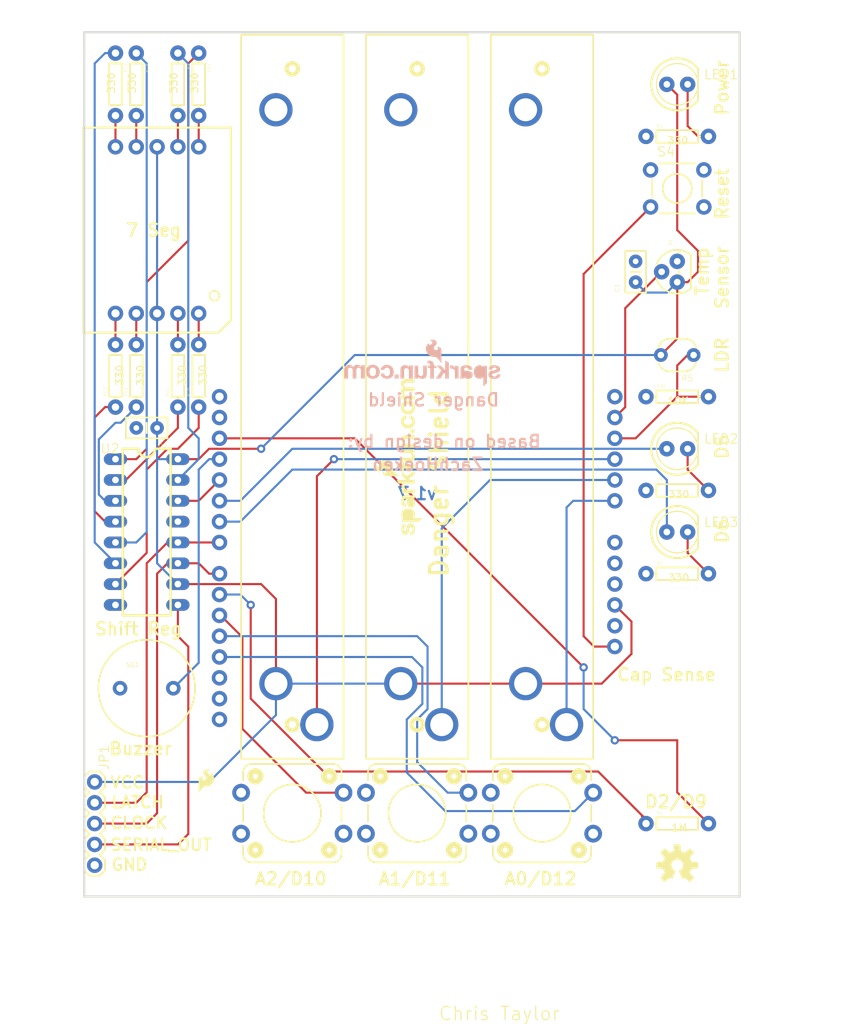
<source format=kicad_pcb>
(kicad_pcb (version 20211014) (generator pcbnew)
  (layers (0 "F.Cu" signal) (31 "B.Cu" signal) (34 "B.Paste" user) (35 "F.Paste" user) (36 "B.SilkS" user "B.Silkscreen") (37 "F.SilkS" user "F.Silkscreen") (38 "B.Mask" user) (39 "F.Mask" user) (44 "Edge.Cuts" user))
  (net 0 "")
  (net 1 "VCC")
  (net 2 "GND")
  (net 3 "A0")
  (net 4 "A1")
  (net 5 "A2")
  (net 6 "N$1")
  (net 7 "N$3")
  (net 8 "A3")
  (net 9 "A4")
  (net 10 "N$2")
  (net 11 "N$4")
  (net 12 "N$5")
  (net 13 "N$6")
  (net 14 "N$7")
  (net 15 "N$8")
  (net 16 "N$9")
  (net 17 "N$10")
  (net 18 "N$11")
  (net 19 "N$12")
  (net 20 "N$13")
  (net 21 "N$14")
  (net 22 "N$15")
  (net 23 "N$16")
  (net 24 "N$17")
  (net 25 "N$18")
  (net 26 "SERIAL_IN")
  (net 27 "CLOCK")
  (net 28 "LATCH")
  (net 29 "SERIAL_OUT")
  (net 30 "N$19")
  (net 31 "N$20")
  (net 32 "D5")
  (net 33 "D6")
  (net 34 "BUZZER")
  (net 35 "D12")
  (net 36 "D11")
  (net 37 "D10")
  (net 38 "D2")
  (net 39 "D9")
  (footprint "boardEagle:AXIAL-0.3" (layer "F.Cu") (at 122.4661 94.2086 90)
    (fp_text reference "R16" (at -2.54 -1.27 90) (layer "F.SilkS") (effects (font (size 0.376489 0.376489) (thickness 0.029911)) (justify left)))
    (fp_text value "330" (at -1.27 0.508 90) (layer "F.SilkS") (effects (font (size 0.88646 0.88646) (thickness 0.12954)) (justify left)))
    (pad "P$1" thru_hole circle (at -3.81 0 90) (size 1.8796 1.8796) (drill 0.9) (layers *.Cu *.Mask) (net 17 "N$10"))
    (pad "P$2" thru_hole circle (at 3.81 0 90) (size 1.8796 1.8796) (drill 0.9) (layers *.Cu *.Mask) (net 25 "N$18"))
  )
  (footprint "boardEagle:AXIAL-0.3" (layer "F.Cu") (at 180.8861 96.7486)
    (fp_text reference "R30" (at -2.54 -1.27) (layer "F.SilkS") (effects (font (size 0.376489 0.376489) (thickness 0.029911)) (justify left)))
    (fp_text value "10K" (at -1.27 0.508) (layer "F.SilkS") (effects (font (size 0.88646 0.88646) (thickness 0.12954)) (justify left)))
    (pad "P$1" thru_hole circle (at -3.81 0) (size 1.8796 1.8796) (drill 0.9) (layers *.Cu *.Mask) (net 2 "GND"))
    (pad "P$2" thru_hole circle (at 3.81 0) (size 1.8796 1.8796) (drill 0.9) (layers *.Cu *.Mask) (net 8 "A3"))
  )
  (footprint "boardEagle:1X05" (layer "F.Cu") (at 109.7661 143.7386 -90)
    (fp_text reference "JP1" (at -1.3462 -1.8288 -90) (layer "F.SilkS") (effects (font (size 1.143 1.143) (thickness 0.127)) (justify left bottom)))
    (fp_text value "")
    (pad "1" thru_hole circle (at 0 0) (size 1.8796 1.8796) (drill 1.016) (layers *.Cu *.Mask) (net 1 "VCC"))
    (pad "2" thru_hole circle (at 2.54 0) (size 1.8796 1.8796) (drill 1.016) (layers *.Cu *.Mask) (net 28 "LATCH"))
    (pad "3" thru_hole circle (at 5.08 0) (size 1.8796 1.8796) (drill 1.016) (layers *.Cu *.Mask) (net 27 "CLOCK"))
    (pad "4" thru_hole circle (at 7.62 0) (size 1.8796 1.8796) (drill 1.016) (layers *.Cu *.Mask) (net 29 "SERIAL_OUT"))
    (pad "5" thru_hole circle (at 10.16 0) (size 1.8796 1.8796) (drill 1.016) (layers *.Cu *.Mask) (net 2 "GND"))
  )
  (footprint "boardEagle:CAP-PTH-SMALL2" (layer "F.Cu") (at 175.8061 82.7786 90)
    (fp_text reference "C1" (at -1.27 -1.905 90) (layer "F.SilkS") (effects (font (size 0.560832 0.560832) (thickness 0.048768)) (justify left bottom)))
    (fp_text value "0.1uF")
    (pad "1" thru_hole circle (at 0 0 90) (size 1.651 1.651) (drill 0.7) (layers *.Cu *.Mask) (net 1 "VCC"))
    (pad "2" thru_hole circle (at 2.54 0 90) (size 1.651 1.651) (drill 0.7) (layers *.Cu *.Mask) (net 2 "GND"))
  )
  (footprint "boardEagle:AXIAL-0.3" (layer "F.Cu") (at 122.4661 58.6486 -90)
    (fp_text reference "R10" (at -2.54 -1.27 90) (layer "F.SilkS") (effects (font (size 0.376489 0.376489) (thickness 0.029911)) (justify right)))
    (fp_text value "330" (at -1.524 0.508 90) (layer "F.SilkS") (effects (font (size 0.88646 0.88646) (thickness 0.12954)) (justify right)))
    (pad "P$1" thru_hole circle (at -3.81 0 270) (size 1.8796 1.8796) (drill 0.9) (layers *.Cu *.Mask) (net 11 "N$4"))
    (pad "P$2" thru_hole circle (at 3.81 0 270) (size 1.8796 1.8796) (drill 0.9) (layers *.Cu *.Mask) (net 19 "N$12"))
  )
  (footprint "boardEagle:SLIDER" (layer "F.Cu") (at 133.8961 96.7486 90)
    (fp_text reference "R6" hide)
    (fp_text value "Slider3" hide)
    (pad "1" thru_hole circle (at -35 -2 90) (size 4.064 4.064) (drill 2.8) (layers *.Cu *.Mask) (net 1 "VCC"))
    (pad "2A" thru_hole circle (at -40 3 90) (size 4.064 4.064) (drill 2.8) (layers *.Cu *.Mask) (net 5 "A2"))
    (pad "3" thru_hole circle (at 35 -2 90) (size 4.064 4.064) (drill 2.8) (layers *.Cu *.Mask) (net 2 "GND"))
  )
  (footprint "boardEagle:AXIAL-0.3" (layer "F.Cu") (at 180.8861 108.1786)
    (fp_text reference "R3" (at -2.54 -1.27) (layer "F.SilkS") (effects (font (size 0.376489 0.376489) (thickness 0.029911)) (justify left)))
    (fp_text value "330" (at -1.143 0.508) (layer "F.SilkS") (effects (font (size 0.88646 0.88646) (thickness 0.12954)) (justify left)))
    (pad "P$1" thru_hole circle (at -3.81 0) (size 1.8796 1.8796) (drill 0.9) (layers *.Cu *.Mask) (net 2 "GND"))
    (pad "P$2" thru_hole circle (at 3.81 0) (size 1.8796 1.8796) (drill 0.9) (layers *.Cu *.Mask) (net 31 "N$20"))
  )
  (footprint "boardEagle:TACTILE-PTH-12MM" (layer "F.Cu") (at 133.8961 147.5486)
    (fp_text reference "S1" hide)
    (fp_text value "Button1" hide)
    (pad "1" thru_hole circle (at 6.25 2.5) (size 2.159 2.159) (drill 1.2) (layers *.Cu *.Mask) (net 2 "GND"))
    (pad "2" thru_hole circle (at -6.25 2.5) (size 2.159 2.159) (drill 1.2) (layers *.Cu *.Mask))
    (pad "3" thru_hole circle (at 6.25 -2.5) (size 2.159 2.159) (drill 1.2) (layers *.Cu *.Mask) (net 37 "D10"))
    (pad "4" thru_hole circle (at -6.25 -2.5) (size 2.159 2.159) (drill 1.2) (layers *.Cu *.Mask))
  )
  (footprint "boardEagle:TACTILE-PTH" (layer "F.Cu") (at 180.8861 71.3486)
    (fp_text reference "S4" (at -2.54 -3.81) (layer "F.SilkS") (effects (font (size 1.143 1.143) (thickness 0.127)) (justify left bottom)))
    (fp_text value "Reset" hide)
    (pad "1" thru_hole circle (at -3.2512 -2.2606) (size 1.8796 1.8796) (drill 1.016) (layers *.Cu *.Mask) (net 2 "GND"))
    (pad "2" thru_hole circle (at 3.2512 -2.2606) (size 1.8796 1.8796) (drill 1.016) (layers *.Cu *.Mask))
    (pad "3" thru_hole circle (at -3.2512 2.2606) (size 1.8796 1.8796) (drill 1.016) (layers *.Cu *.Mask) (net 6 "N$1"))
    (pad "4" thru_hole circle (at 3.2512 2.2606) (size 1.8796 1.8796) (drill 1.016) (layers *.Cu *.Mask))
  )
  (footprint "boardEagle:AXIAL-0.3" (layer "F.Cu") (at 180.8861 64.9986)
    (fp_text reference "R1" (at -2.54 -1.27) (layer "F.SilkS") (effects (font (size 0.376489 0.376489) (thickness 0.029911)) (justify left)))
    (fp_text value "330" (at -1.27 0.508) (layer "F.SilkS") (effects (font (size 0.88646 0.88646) (thickness 0.12954)) (justify left)))
    (pad "P$1" thru_hole circle (at -3.81 0) (size 1.8796 1.8796) (drill 0.9) (layers *.Cu *.Mask) (net 2 "GND"))
    (pad "P$2" thru_hole circle (at 3.81 0) (size 1.8796 1.8796) (drill 0.9) (layers *.Cu *.Mask) (net 7 "N$3"))
  )
  (footprint "boardEagle:PHOTOCELL" (layer "F.Cu") (at 180.8861 91.6686 180)
    (fp_text reference "R5" (at -2 -2.4 180) (layer "F.SilkS") (effects (font (size 0.747776 0.747776) (thickness 0.065024)) (justify right top)))
    (fp_text value "CdS")
    (pad "1" thru_hole circle (at -2 0 180) (size 1.6764 1.6764) (drill 0.8) (layers *.Cu *.Mask) (net 8 "A3"))
    (pad "2" thru_hole circle (at 2 0 180) (size 1.6764 1.6764) (drill 0.8) (layers *.Cu *.Mask) (net 1 "VCC"))
  )
  (footprint "boardEagle:AXIAL-0.3" (layer "F.Cu") (at 114.8461 58.6486 -90)
    (fp_text reference "R14" (at -2.54 -1.27 90) (layer "F.SilkS") (effects (font (size 0.376489 0.376489) (thickness 0.029911)) (justify right)))
    (fp_text value "330" (at -1.524 0.508 90) (layer "F.SilkS") (effects (font (size 0.88646 0.88646) (thickness 0.12954)) (justify right)))
    (pad "P$1" thru_hole circle (at -3.81 0 270) (size 1.8796 1.8796) (drill 0.9) (layers *.Cu *.Mask) (net 15 "N$8"))
    (pad "P$2" thru_hole circle (at 3.81 0 270) (size 1.8796 1.8796) (drill 0.9) (layers *.Cu *.Mask) (net 23 "N$16"))
  )
  (footprint "boardEagle:SLIDER" (layer "F.Cu") (at 149.1361 96.7486 90)
    (fp_text reference "R7" hide)
    (fp_text value "Slider2" hide)
    (pad "1" thru_hole circle (at -35 -2 90) (size 4.064 4.064) (drill 2.8) (layers *.Cu *.Mask) (net 1 "VCC"))
    (pad "2A" thru_hole circle (at -40 3 90) (size 4.064 4.064) (drill 2.8) (layers *.Cu *.Mask) (net 4 "A1"))
    (pad "3" thru_hole circle (at 35 -2 90) (size 4.064 4.064) (drill 2.8) (layers *.Cu *.Mask) (net 2 "GND"))
  )
  (footprint "boardEagle:AXIAL-0.3" (layer "F.Cu") (at 119.9261 58.6486 -90)
    (fp_text reference "R9" (at -2.54 -1.27 90) (layer "F.SilkS") (effects (font (size 0.376489 0.376489) (thickness 0.029911)) (justify right)))
    (fp_text value "330" (at -1.524 0.508 90) (layer "F.SilkS") (effects (font (size 0.88646 0.88646) (thickness 0.12954)) (justify right)))
    (pad "P$1" thru_hole circle (at -3.81 0 270) (size 1.8796 1.8796) (drill 0.9) (layers *.Cu *.Mask) (net 10 "N$2"))
    (pad "P$2" thru_hole circle (at 3.81 0 270) (size 1.8796 1.8796) (drill 0.9) (layers *.Cu *.Mask) (net 18 "N$11"))
  )
  (footprint "boardEagle:BUZZER-12MM" (layer "F.Cu") (at 116.1161 132.3086)
    (fp_text reference "SG1" (at -2.54 -2.54) (layer "F.SilkS") (effects (font (size 0.54864 0.54864) (thickness 0.06096)) (justify left bottom)))
    (fp_text value "BUZZER")
    (pad "+" thru_hole circle (at 3.25 0) (size 1.778 1.778) (drill 0.9) (layers *.Cu *.Mask) (net 34 "BUZZER"))
    (pad "-" thru_hole circle (at -3.25 0) (size 1.778 1.778) (drill 0.9) (layers *.Cu *.Mask) (net 2 "GND"))
  )
  (footprint "boardEagle:LED5MM" (layer "F.Cu") (at 180.8861 103.0986)
    (fp_text reference "LED2" (at 3.175 -0.5334) (layer "F.SilkS") (effects (font (size 1.143 1.143) (thickness 0.127)) (justify left bottom)))
    (fp_text value "Yellow")
    (pad "A" thru_hole circle (at -1.27 0) (size 1.8796 1.8796) (drill 0.8128) (layers *.Cu *.Mask) (net 32 "D5"))
    (pad "K" thru_hole circle (at 1.27 0) (size 1.8796 1.8796) (drill 0.8128) (layers *.Cu *.Mask) (net 31 "N$20"))
  )
  (footprint "boardEagle:SFE-LOGO-FLAME" (layer "F.Cu") (at 122.4661 145.0086)
    (fp_text reference "JP5" hide)
    (fp_text value "LOGO-SFESK" hide)
  )
  (footprint "boardEagle:CREATIVE_COMMONS" (layer "F.Cu") (at 119.9261 172.9486)
    (fp_text reference "U$1" hide)
    (fp_text value "CREATIVE_COMMONS" hide)
  )
  (footprint "boardEagle:LED5MM" (layer "F.Cu") (at 180.8861 58.6486)
    (fp_text reference "LED1" (at 3.175 -0.5334) (layer "F.SilkS") (effects (font (size 1.143 1.143) (thickness 0.127)) (justify left bottom)))
    (fp_text value "Red")
    (pad "A" thru_hole circle (at -1.27 0) (size 1.8796 1.8796) (drill 0.8128) (layers *.Cu *.Mask) (net 1 "VCC"))
    (pad "K" thru_hole circle (at 1.27 0) (size 1.8796 1.8796) (drill 0.8128) (layers *.Cu *.Mask) (net 7 "N$3"))
  )
  (footprint "boardEagle:TACTILE-PTH-12MM" (layer "F.Cu") (at 149.1361 147.5486)
    (fp_text reference "S2" hide)
    (fp_text value "Button2" hide)
    (pad "1" thru_hole circle (at 6.25 2.5) (size 2.159 2.159) (drill 1.2) (layers *.Cu *.Mask) (net 2 "GND"))
    (pad "2" thru_hole circle (at -6.25 2.5) (size 2.159 2.159) (drill 1.2) (layers *.Cu *.Mask))
    (pad "3" thru_hole circle (at 6.25 -2.5) (size 2.159 2.159) (drill 1.2) (layers *.Cu *.Mask) (net 36 "D11"))
    (pad "4" thru_hole circle (at -6.25 -2.5) (size 2.159 2.159) (drill 1.2) (layers *.Cu *.Mask))
  )
  (footprint "boardEagle:AXIAL-0.3" (layer "F.Cu") (at 114.8461 94.2086 90)
    (fp_text reference "R12" (at -2.54 -1.27 90) (layer "F.SilkS") (effects (font (size 0.376489 0.376489) (thickness 0.029911)) (justify left)))
    (fp_text value "330" (at -1.27 0.508 90) (layer "F.SilkS") (effects (font (size 0.88646 0.88646) (thickness 0.12954)) (justify left)))
    (pad "P$1" thru_hole circle (at -3.81 0 90) (size 1.8796 1.8796) (drill 0.9) (layers *.Cu *.Mask) (net 13 "N$6"))
    (pad "P$2" thru_hole circle (at 3.81 0 90) (size 1.8796 1.8796) (drill 0.9) (layers *.Cu *.Mask) (net 21 "N$14"))
  )
  (footprint "boardEagle:7-SEGMENT-1_PTH" (layer "F.Cu") (at 117.3861 76.4286)
    (fp_text reference "U6" hide)
    (fp_text value "7-SEGMENT-DISPLAY-1\"-RED" hide)
    (pad "1" thru_hole circle (at -5.08 10.16) (size 1.8796 1.8796) (drill 1) (layers *.Cu *.Mask) (net 22 "N$15"))
    (pad "2" thru_hole circle (at -2.54 10.16) (size 1.8796 1.8796) (drill 1) (layers *.Cu *.Mask) (net 21 "N$14"))
    (pad "3" thru_hole circle (at 0 10.16) (size 1.8796 1.8796) (drill 1) (layers *.Cu *.Mask) (net 1 "VCC"))
    (pad "4" thru_hole circle (at 2.54 10.16) (size 1.8796 1.8796) (drill 1) (layers *.Cu *.Mask) (net 20 "N$13"))
    (pad "5" thru_hole circle (at 5.08 10.16) (size 1.8796 1.8796) (drill 1) (layers *.Cu *.Mask) (net 25 "N$18"))
    (pad "6" thru_hole circle (at 5.08 -10.16) (size 1.8796 1.8796) (drill 1) (layers *.Cu *.Mask) (net 19 "N$12"))
    (pad "7" thru_hole circle (at 2.54 -10.16) (size 1.8796 1.8796) (drill 1) (layers *.Cu *.Mask) (net 18 "N$11"))
    (pad "8" thru_hole circle (at 0 -10.16) (size 1.8796 1.8796) (drill 1) (layers *.Cu *.Mask) (net 1 "VCC"))
    (pad "9" thru_hole circle (at -2.54 -10.16) (size 1.8796 1.8796) (drill 1) (layers *.Cu *.Mask) (net 23 "N$16"))
    (pad "10" thru_hole circle (at -5.08 -10.16) (size 1.8796 1.8796) (drill 1) (layers *.Cu *.Mask) (net 24 "N$17"))
  )
  (footprint "boardEagle:CAP-PTH-SMALL2" (layer "F.Cu") (at 117.3861 100.5586 180)
    (fp_text reference "C2" (at -1.27 -1.905 180) (layer "F.SilkS") (effects (font (size 0.560832 0.560832) (thickness 0.048768)) (justify right top)))
    (fp_text value "0.1uF")
    (pad "1" thru_hole circle (at 0 0 180) (size 1.651 1.651) (drill 0.7) (layers *.Cu *.Mask) (net 1 "VCC"))
    (pad "2" thru_hole circle (at 2.54 0 180) (size 1.651 1.651) (drill 0.7) (layers *.Cu *.Mask) (net 2 "GND"))
  )
  (footprint "boardEagle:TACTILE-PTH-12MM" (layer "F.Cu") (at 164.3761 147.5486)
    (fp_text reference "S3" hide)
    (fp_text value "Button3" hide)
    (pad "1" thru_hole circle (at 6.25 2.5) (size 2.159 2.159) (drill 1.2) (layers *.Cu *.Mask) (net 2 "GND"))
    (pad "2" thru_hole circle (at -6.25 2.5) (size 2.159 2.159) (drill 1.2) (layers *.Cu *.Mask))
    (pad "3" thru_hole circle (at 6.25 -2.5) (size 2.159 2.159) (drill 1.2) (layers *.Cu *.Mask) (net 35 "D12"))
    (pad "4" thru_hole circle (at -6.25 -2.5) (size 2.159 2.159) (drill 1.2) (layers *.Cu *.Mask))
  )
  (footprint "boardEagle:AXIAL-0.3" (layer "F.Cu") (at 180.8861 148.8186)
    (fp_text reference "R4" (at -2.54 -1.27) (layer "F.SilkS") (effects (font (size 0.376489 0.376489) (thickness 0.029911)) (justify left)))
    (fp_text value "1M" (at -0.762 0.508) (layer "F.SilkS") (effects (font (size 0.88646 0.88646) (thickness 0.12954)) (justify left)))
    (pad "P$1" thru_hole circle (at -3.81 0) (size 1.8796 1.8796) (drill 0.9) (layers *.Cu *.Mask) (net 39 "D9"))
    (pad "P$2" thru_hole circle (at 3.81 0) (size 1.8796 1.8796) (drill 0.9) (layers *.Cu *.Mask) (net 38 "D2"))
  )
  (footprint "boardEagle:LED5MM" (layer "F.Cu") (at 180.8861 113.2586)
    (fp_text reference "LED3" (at 3.175 -0.5334) (layer "F.SilkS") (effects (font (size 1.143 1.143) (thickness 0.127)) (justify left bottom)))
    (fp_text value "Yellow")
    (pad "A" thru_hole circle (at -1.27 0) (size 1.8796 1.8796) (drill 0.8128) (layers *.Cu *.Mask) (net 33 "D6"))
    (pad "K" thru_hole circle (at 1.27 0) (size 1.8796 1.8796) (drill 0.8128) (layers *.Cu *.Mask) (net 30 "N$19"))
  )
  (footprint "boardEagle:OSHW-LOGO-M" (layer "F.Cu") (at 180.8861 153.8986)
    (fp_text reference "U$2" hide)
    (fp_text value "OSHW-LOGOM" hide)
  )
  (footprint "boardEagle:SFE-NEW-WEBLOGO" (layer "F.Cu") (at 149.7711 113.6396 90)
    (fp_text reference "JP2" hide)
    (fp_text value "LOGO-SFENEW" hide)
  )
  (footprint "boardEagle:DIL16" (layer "F.Cu") (at 116.1161 113.2586 -90)
    (fp_text reference "U2" (at -10.16 5.715) (layer "F.SilkS") (effects (font (size 1.1557 1.1557) (thickness 0.1143)) (justify left)))
    (fp_text value "74LS595N")
    (pad "1" thru_hole oval (at -8.89 3.81) (size 2.8448 1.4224) (drill 0.8128) (layers *.Cu *.Mask) (net 11 "N$4"))
    (pad "2" thru_hole oval (at -6.35 3.81) (size 2.8448 1.4224) (drill 0.8128) (layers *.Cu *.Mask) (net 12 "N$5"))
    (pad "3" thru_hole oval (at -3.81 3.81) (size 2.8448 1.4224) (drill 0.8128) (layers *.Cu *.Mask) (net 13 "N$6"))
    (pad "4" thru_hole oval (at -1.27 3.81) (size 2.8448 1.4224) (drill 0.8128) (layers *.Cu *.Mask) (net 14 "N$7"))
    (pad "5" thru_hole oval (at 1.27 3.81) (size 2.8448 1.4224) (drill 0.8128) (layers *.Cu *.Mask) (net 15 "N$8"))
    (pad "6" thru_hole oval (at 3.81 3.81) (size 2.8448 1.4224) (drill 0.8128) (layers *.Cu *.Mask) (net 16 "N$9"))
    (pad "7" thru_hole oval (at 6.35 3.81) (size 2.8448 1.4224) (drill 0.8128) (layers *.Cu *.Mask) (net 17 "N$10"))
    (pad "8" thru_hole oval (at 8.89 3.81) (size 2.8448 1.4224) (drill 0.8128) (layers *.Cu *.Mask) (net 2 "GND"))
    (pad "9" thru_hole oval (at 8.89 -3.81) (size 2.8448 1.4224) (drill 0.8128) (layers *.Cu *.Mask) (net 29 "SERIAL_OUT"))
    (pad "10" thru_hole oval (at 6.35 -3.81) (size 2.8448 1.4224) (drill 0.8128) (layers *.Cu *.Mask) (net 1 "VCC"))
    (pad "11" thru_hole oval (at 3.81 -3.81) (size 2.8448 1.4224) (drill 0.8128) (layers *.Cu *.Mask) (net 27 "CLOCK"))
    (pad "12" thru_hole oval (at 1.27 -3.81) (size 2.8448 1.4224) (drill 0.8128) (layers *.Cu *.Mask) (net 28 "LATCH"))
    (pad "13" thru_hole oval (at -1.27 -3.81) (size 2.8448 1.4224) (drill 0.8128) (layers *.Cu *.Mask) (net 2 "GND"))
    (pad "14" thru_hole oval (at -3.81 -3.81) (size 2.8448 1.4224) (drill 0.8128) (layers *.Cu *.Mask) (net 26 "SERIAL_IN"))
    (pad "15" thru_hole oval (at -6.35 -3.81) (size 2.8448 1.4224) (drill 0.8128) (layers *.Cu *.Mask) (net 10 "N$2"))
    (pad "16" thru_hole oval (at -8.89 -3.81) (size 2.8448 1.4224) (drill 0.8128) (layers *.Cu *.Mask) (net 1 "VCC"))
  )
  (footprint "boardEagle:SLIDER" (layer "F.Cu") (at 164.3761 96.7486 90)
    (fp_text reference "R8" hide)
    (fp_text value "Slider1" hide)
    (pad "1" thru_hole circle (at -35 -2 90) (size 4.064 4.064) (drill 2.8) (layers *.Cu *.Mask) (net 1 "VCC"))
    (pad "2A" thru_hole circle (at -40 3 90) (size 4.064 4.064) (drill 2.8) (layers *.Cu *.Mask) (net 3 "A0"))
    (pad "3" thru_hole circle (at 35 -2 90) (size 4.064 4.064) (drill 2.8) (layers *.Cu *.Mask) (net 2 "GND"))
  )
  (footprint "boardEagle:DUEMILANOVE_VIAS" (layer "F.Cu") (at 122.4661 138.6586)
    (fp_text reference "U1" hide)
    (fp_text value "ARDUINO_SHIELD" hide)
    (pad "3.3V" thru_hole circle (at 50.8 -13.97 90) (size 1.8796 1.8796) (drill 1.016) (layers *.Cu *.Mask))
    (pad "5V" thru_hole circle (at 50.8 -16.51 90) (size 1.8796 1.8796) (drill 1.016) (layers *.Cu *.Mask) (net 1 "VCC"))
    (pad "A0" thru_hole circle (at 50.8 -29.21 90) (size 1.8796 1.8796) (drill 1.016) (layers *.Cu *.Mask) (net 3 "A0"))
    (pad "A1" thru_hole circle (at 50.8 -31.75 90) (size 1.8796 1.8796) (drill 1.016) (layers *.Cu *.Mask) (net 4 "A1"))
    (pad "A2" thru_hole circle (at 50.8 -34.29 90) (size 1.8796 1.8796) (drill 1.016) (layers *.Cu *.Mask) (net 5 "A2"))
    (pad "A3" thru_hole circle (at 50.8 -36.83 90) (size 1.8796 1.8796) (drill 1.016) (layers *.Cu *.Mask) (net 8 "A3"))
    (pad "A4" thru_hole circle (at 50.8 -39.37 90) (size 1.8796 1.8796) (drill 1.016) (layers *.Cu *.Mask) (net 9 "A4"))
    (pad "A5" thru_hole circle (at 50.8 -41.91 90) (size 1.8796 1.8796) (drill 1.016) (layers *.Cu *.Mask))
    (pad "AREF" thru_hole circle (at 2.54 -2.54 90) (size 1.8796 1.8796) (drill 1.016) (layers *.Cu *.Mask))
    (pad "D2" thru_hole circle (at 2.54 -36.83 90) (size 1.8796 1.8796) (drill 1.016) (layers *.Cu *.Mask) (net 38 "D2"))
    (pad "D3" thru_hole circle (at 2.54 -34.29 90) (size 1.8796 1.8796) (drill 1.016) (layers *.Cu *.Mask) (net 34 "BUZZER"))
    (pad "D4" thru_hole circle (at 2.54 -31.75 90) (size 1.8796 1.8796) (drill 1.016) (layers *.Cu *.Mask) (net 26 "SERIAL_IN"))
    (pad "D5" thru_hole circle (at 2.54 -29.21 90) (size 1.8796 1.8796) (drill 1.016) (layers *.Cu *.Mask) (net 32 "D5"))
    (pad "D6" thru_hole circle (at 2.54 -26.67 90) (size 1.8796 1.8796) (drill 1.016) (layers *.Cu *.Mask) (net 33 "D6"))
    (pad "D7" thru_hole circle (at 2.54 -24.13 90) (size 1.8796 1.8796) (drill 1.016) (layers *.Cu *.Mask) (net 28 "LATCH"))
    (pad "D8" thru_hole circle (at 2.54 -20.32 90) (size 1.8796 1.8796) (drill 1.016) (layers *.Cu *.Mask) (net 27 "CLOCK"))
    (pad "D9" thru_hole circle (at 2.54 -17.78 90) (size 1.8796 1.8796) (drill 1.016) (layers *.Cu *.Mask) (net 39 "D9"))
    (pad "D10" thru_hole circle (at 2.54 -15.24 90) (size 1.8796 1.8796) (drill 1.016) (layers *.Cu *.Mask) (net 37 "D10"))
    (pad "D11" thru_hole circle (at 2.54 -12.7 90) (size 1.8796 1.8796) (drill 1.016) (layers *.Cu *.Mask) (net 36 "D11"))
    (pad "D12" thru_hole circle (at 2.54 -10.16 90) (size 1.8796 1.8796) (drill 1.016) (layers *.Cu *.Mask) (net 35 "D12"))
    (pad "D13" thru_hole circle (at 2.54 -7.62 90) (size 1.8796 1.8796) (drill 1.016) (layers *.Cu *.Mask))
    (pad "GND@0" thru_hole circle (at 50.8 -19.05 90) (size 1.8796 1.8796) (drill 1.016) (layers *.Cu *.Mask) (net 2 "GND"))
    (pad "GND@1" thru_hole circle (at 50.8 -21.59 90) (size 1.8796 1.8796) (drill 1.016) (layers *.Cu *.Mask) (net 2 "GND"))
    (pad "GND@2" thru_hole circle (at 2.54 -5.08 90) (size 1.8796 1.8796) (drill 1.016) (layers *.Cu *.Mask) (net 2 "GND"))
    (pad "RES" thru_hole circle (at 50.8 -11.43 90) (size 1.8796 1.8796) (drill 1.016) (layers *.Cu *.Mask) (net 6 "N$1"))
    (pad "RX" thru_hole circle (at 2.54 -41.91 90) (size 1.8796 1.8796) (drill 1.016) (layers *.Cu *.Mask))
    (pad "TX" thru_hole circle (at 2.54 -39.37 90) (size 1.8796 1.8796) (drill 1.016) (layers *.Cu *.Mask))
    (pad "VIN" thru_hole circle (at 50.8 -24.13 90) (size 1.8796 1.8796) (drill 1.016) (layers *.Cu *.Mask))
  )
  (footprint "boardEagle:AXIAL-0.3" (layer "F.Cu") (at 112.3061 94.2086 90)
    (fp_text reference "R13" (at -2.54 -1.27 90) (layer "F.SilkS") (effects (font (size 0.376489 0.376489) (thickness 0.029911)) (justify left)))
    (fp_text value "330" (at -1.27 0.508 90) (layer "F.SilkS") (effects (font (size 0.88646 0.88646) (thickness 0.12954)) (justify left)))
    (pad "P$1" thru_hole circle (at -3.81 0 90) (size 1.8796 1.8796) (drill 0.9) (layers *.Cu *.Mask) (net 14 "N$7"))
    (pad "P$2" thru_hole circle (at 3.81 0 90) (size 1.8796 1.8796) (drill 0.9) (layers *.Cu *.Mask) (net 22 "N$15"))
  )
  (footprint "boardEagle:AXIAL-0.3" (layer "F.Cu") (at 180.8861 118.3386)
    (fp_text reference "R2" (at -2.54 -1.27) (layer "F.SilkS") (effects (font (size 0.376489 0.376489) (thickness 0.029911)) (justify left)))
    (fp_text value "330" (at -1.143 0.508) (layer "F.SilkS") (effects (font (size 0.88646 0.88646) (thickness 0.12954)) (justify left)))
    (pad "P$1" thru_hole circle (at -3.81 0) (size 1.8796 1.8796) (drill 0.9) (layers *.Cu *.Mask) (net 2 "GND"))
    (pad "P$2" thru_hole circle (at 3.81 0) (size 1.8796 1.8796) (drill 0.9) (layers *.Cu *.Mask) (net 30 "N$19"))
  )
  (footprint "boardEagle:AXIAL-0.3" (layer "F.Cu") (at 119.9261 94.2086 90)
    (fp_text reference "R11" (at -2.54 -1.27 90) (layer "F.SilkS") (effects (font (size 0.376489 0.376489) (thickness 0.029911)) (justify left)))
    (fp_text value "330" (at -1.27 0.508 90) (layer "F.SilkS") (effects (font (size 0.88646 0.88646) (thickness 0.12954)) (justify left)))
    (pad "P$1" thru_hole circle (at -3.81 0 90) (size 1.8796 1.8796) (drill 0.9) (layers *.Cu *.Mask) (net 12 "N$5"))
    (pad "P$2" thru_hole circle (at 3.81 0 90) (size 1.8796 1.8796) (drill 0.9) (layers *.Cu *.Mask) (net 20 "N$13"))
  )
  (footprint "boardEagle:AXIAL-0.3" (layer "F.Cu") (at 112.3061 58.6486 -90)
    (fp_text reference "R15" (at -2.54 -1.27 90) (layer "F.SilkS") (effects (font (size 0.376489 0.376489) (thickness 0.029911)) (justify right)))
    (fp_text value "330" (at -1.524 0.508 90) (layer "F.SilkS") (effects (font (size 0.88646 0.88646) (thickness 0.12954)) (justify right)))
    (pad "P$1" thru_hole circle (at -3.81 0 270) (size 1.8796 1.8796) (drill 0.9) (layers *.Cu *.Mask) (net 16 "N$9"))
    (pad "P$2" thru_hole circle (at 3.81 0 270) (size 1.8796 1.8796) (drill 0.9) (layers *.Cu *.Mask) (net 24 "N$17"))
  )
  (footprint "boardEagle:TO-92" (layer "F.Cu") (at 180.8861 81.5086 90)
    (fp_text reference "U4" (at 3.175 -0.635 90) (layer "F.SilkS") (effects (font (size 0.36576 0.36576) (thickness 0.04064)) (justify left bottom)))
    (fp_text value "TMP36")
    (pad "1" thru_hole circle (at -1.27 0 90) (size 1.8796 1.8796) (drill 0.8128) (layers *.Cu *.Mask) (net 1 "VCC"))
    (pad "2" thru_hole circle (at 0 -1.905 90) (size 1.8796 1.8796) (drill 0.8128) (layers *.Cu *.Mask) (net 9 "A4"))
    (pad "3" thru_hole circle (at 1.27 0 90) (size 1.8796 1.8796) (drill 0.8128) (layers *.Cu *.Mask) (net 2 "GND"))
  )
  (footprint "boardEagle:SFE-NEW-WEBLOGO" (layer "B.Cu") (at 159.2961 95.4786 180)
    (fp_text reference "JP3" hide)
    (fp_text value "LOGO-SFENEW" hide)
  )
  (gr_line (start 108.4961 52.2986) (end 108.4961 157.7086) (layer "Edge.Cuts") (width 0.254))
  (gr_line (start 108.4961 157.7086) (end 188.5061 157.7086) (layer "Edge.Cuts") (width 0.254))
  (gr_line (start 188.5061 52.2986) (end 108.4961 52.2986) (layer "Edge.Cuts") (width 0.254))
  (gr_line (start 188.5061 157.7086) (end 188.5061 52.2986) (layer "Edge.Cuts") (width 0.254))
  (gr_text "v1.7" (at 151.6761 109.4486) (layer "B.Cu") (effects (font (size 1.5113 1.5113) (thickness 0.2667)) (justify left bottom mirror)))
  (gr_text "Danger Shield" (at 159.2961 98.0186) (layer "B.SilkS") (effects (font (size 1.5113 1.5113) (thickness 0.2667)) (justify left bottom mirror)))
  (gr_text "Based on design by:" (at 164.3761 103.0986) (layer "B.SilkS") (effects (font (size 1.5113 1.5113) (thickness 0.2667)) (justify left bottom mirror)))
  (gr_text "ZachHoeken" (at 157.3911 105.8926) (layer "B.SilkS") (effects (font (size 1.5113 1.5113) (thickness 0.2667)) (justify left bottom mirror)))
  (gr_text "Buzzer" (at 111.4171 140.5636) (layer "F.SilkS") (effects (font (size 1.5113 1.5113) (thickness 0.2667)) (justify left bottom)))
  (gr_text "D2/D9" (at 176.8221 147.0406) (layer "F.SilkS") (effects (font (size 1.5113 1.5113) (thickness 0.2667)) (justify left bottom)))
  (gr_text "LDR" (at 187.2361 93.9546 90) (layer "F.SilkS") (effects (font (size 1.5113 1.5113) (thickness 0.2667)) (justify left bottom)))
  (gr_text "GND" (at 111.6711 154.6606) (layer "F.SilkS") (effects (font (size 1.42494 1.42494) (thickness 0.25146)) (justify left bottom)))
  (gr_text "Power" (at 187.2361 62.5856 90) (layer "F.SilkS") (effects (font (size 1.5113 1.5113) (thickness 0.2667)) (justify left bottom)))
  (gr_text "D6" (at 187.2361 114.7826 90) (layer "F.SilkS") (effects (font (size 1.5113 1.5113) (thickness 0.2667)) (justify left bottom)))
  (gr_text "CLOCK" (at 111.5441 149.5806) (layer "F.SilkS") (effects (font (size 1.42494 1.42494) (thickness 0.25146)) (justify left bottom)))
  (gr_text "VCC" (at 111.5441 144.6276) (layer "F.SilkS") (effects (font (size 1.42494 1.42494) (thickness 0.25146)) (justify left bottom)))
  (gr_text "7 Seg" (at 113.4491 77.3176) (layer "F.SilkS") (effects (font (size 1.5113 1.5113) (thickness 0.2667)) (justify left bottom)))
  (gr_text "SERIAL_OUT" (at 111.5441 152.2476) (layer "F.SilkS") (effects (font (size 1.42494 1.42494) (thickness 0.25146)) (justify left bottom)))
  (gr_text "Shift Reg" (at 109.6391 125.9586) (layer "F.SilkS") (effects (font (size 1.5113 1.5113) (thickness 0.2667)) (justify left bottom)))
  (gr_text "Danger Shield" (at 153.0731 118.9736 90) (layer "F.SilkS") (effects (font (size 2.159 2.159) (thickness 0.381)) (justify left bottom)))
  (gr_text "LATCH" (at 111.6711 147.0406) (layer "F.SilkS") (effects (font (size 1.42494 1.42494) (thickness 0.25146)) (justify left bottom)))
  (gr_text "Reset" (at 187.2361 75.2856 90) (layer "F.SilkS") (effects (font (size 1.5113 1.5113) (thickness 0.2667)) (justify left bottom)))
  (gr_text "Sensor" (at 187.2361 86.2076 90) (layer "F.SilkS") (effects (font (size 1.5113 1.5113) (thickness 0.2667)) (justify left bottom)))
  (gr_text "A1/D11" (at 144.3101 156.4386) (layer "F.SilkS") (effects (font (size 1.5113 1.5113) (thickness 0.2667)) (justify left bottom)))
  (gr_text "A2/D10" (at 129.1971 156.4386) (layer "F.SilkS") (effects (font (size 1.5113 1.5113) (thickness 0.2667)) (justify left bottom)))
  (gr_text "A0/D12" (at 159.6771 156.4386) (layer "F.SilkS") (effects (font (size 1.5113 1.5113) (thickness 0.2667)) (justify left bottom)))
  (gr_text "Cap Sense" (at 173.3931 131.5466) (layer "F.SilkS") (effects (font (size 1.5113 1.5113) (thickness 0.2667)) (justify left bottom)))
  (gr_text "Chris Taylor" (at 151.6761 172.9486) (layer "F.SilkS") (effects (font (size 1.63576 1.63576) (thickness 0.14224)) (justify left bottom)))
  (gr_text "D5" (at 187.2361 104.4956 90) (layer "F.SilkS") (effects (font (size 1.5113 1.5113) (thickness 0.2667)) (justify left bottom)))
  (gr_text "Temp" (at 184.8231 84.5566 90) (layer "F.SilkS") (effects (font (size 1.5113 1.5113) (thickness 0.2667)) (justify left bottom)))
  (segment (start 183.4261 78.9686) (end 180.8861 76.4286) (width 0.254) (layer "F.Cu") (net 1))
  (segment (start 175.2981 124.1806) (end 173.2661 122.1486) (width 0.254) (layer "F.Cu") (net 1))
  (segment (start 183.4261 81.5086) (end 183.4261 78.9686) (width 0.254) (layer "F.Cu") (net 1))
  (segment (start 182.1561 82.7786) (end 183.4261 81.5086) (width 0.254) (layer "F.Cu") (net 1))
  (segment (start 171.6671 131.7486) (end 175.2981 128.1176) (width 0.254) (layer "F.Cu") (net 1))
  (segment (start 162.3761 131.7486) (end 171.6671 131.7486) (width 0.254) (layer "F.Cu") (net 1))
  (segment (start 180.8861 59.9186) (end 179.6161 58.6486) (width 0.254) (layer "F.Cu") (net 1))
  (segment (start 122.4661 104.3686) (end 119.9261 104.3686) (width 0.254) (layer "F.Cu") (net 1))
  (segment (start 131.8961 131.7486) (end 131.8961 121.4186) (width 0.254) (layer "F.Cu") (net 1))
  (segment (start 131.8961 121.4186) (end 130.0861 119.6086) (width 0.254) (layer "F.Cu") (net 1))
  (segment (start 130.0861 103.0986) (end 123.7361 103.0986) (width 0.254) (layer "F.Cu") (net 1))
  (segment (start 180.8861 89.6686) (end 178.8861 91.6686) (width 0.254) (layer "F.Cu") (net 1))
  (segment (start 147.1361 131.7486) (end 162.3761 131.7486) (width 0.254) (layer "F.Cu") (net 1))
  (segment (start 123.7361 103.0986) (end 122.4661 104.3686) (width 0.254) (layer "F.Cu") (net 1))
  (segment (start 130.0861 119.6086) (end 119.9261 119.6086) (width 0.254) (layer "F.Cu") (net 1))
  (segment (start 175.2981 128.1176) (end 175.2981 124.1806) (width 0.254) (layer "F.Cu") (net 1))
  (segment (start 180.8861 82.7786) (end 180.8861 89.6686) (width 0.254) (layer "F.Cu") (net 1))
  (segment (start 180.8861 82.7786) (end 182.1561 82.7786) (width 0.254) (layer "F.Cu") (net 1))
  (segment (start 180.8861 76.4286) (end 180.8861 59.9186) (width 0.254) (layer "F.Cu") (net 1))
  (via (at 130.0861 103.0986) (size 1.016) (drill 0.508) (layers "F.Cu" "B.Cu") (net 1))
  (segment (start 119.9261 119.6086) (end 117.3861 117.0686) (width 0.254) (layer "B.Cu") (net 1))
  (segment (start 131.8961 135.5786) (end 131.8961 131.7486) (width 0.254) (layer "B.Cu") (net 1))
  (segment (start 179.6161 84.0486) (end 180.8861 82.7786) (width 0.254) (layer "B.Cu") (net 1))
  (segment (start 131.8961 131.7486) (end 147.1361 131.7486) (width 0.254) (layer "B.Cu") (net 1))
  (segment (start 141.5161 91.6686) (end 178.8861 91.6686) (width 0.254) (layer "B.Cu") (net 1))
  (segment (start 123.7361 143.7386) (end 131.8961 135.5786) (width 0.254) (layer "B.Cu") (net 1))
  (segment (start 117.3861 86.5886) (end 117.3861 66.2686) (width 0.254) (layer "B.Cu") (net 1))
  (segment (start 177.0761 84.0486) (end 179.6161 84.0486) (width 0.254) (layer "B.Cu") (net 1))
  (segment (start 130.0861 103.0986) (end 141.5161 91.6686) (width 0.254) (layer "B.Cu") (net 1))
  (segment (start 109.7661 143.7386) (end 123.7361 143.7386) (width 0.254) (layer "B.Cu") (net 1))
  (segment (start 117.3861 104.3686) (end 117.3861 100.5586) (width 0.254) (layer "B.Cu") (net 1))
  (segment (start 119.9261 104.3686) (end 117.3861 104.3686) (width 0.254) (layer "B.Cu") (net 1))
  (segment (start 175.8061 82.7786) (end 177.0761 84.0486) (width 0.254) (layer "B.Cu") (net 1))
  (segment (start 117.3861 100.5586) (end 117.3861 86.5886) (width 0.254) (layer "B.Cu") (net 1))
  (segment (start 117.3861 117.0686) (end 117.3861 104.3686) (width 0.254) (layer "B.Cu") (net 1))
  (segment (start 167.3761 110.2586) (end 168.1861 109.4486) (width 0.254) (layer "B.Cu") (net 3))
  (segment (start 167.3761 136.7486) (end 167.3761 110.2586) (width 0.254) (layer "B.Cu") (net 3))
  (segment (start 168.1861 109.4486) (end 173.2661 109.4486) (width 0.254) (layer "B.Cu") (net 3))
  (segment (start 152.1361 136.7486) (end 152.1361 112.7986) (width 0.254) (layer "B.Cu") (net 4))
  (segment (start 152.1361 112.7986) (end 158.0261 106.9086) (width 0.254) (layer "B.Cu") (net 4))
  (segment (start 158.0261 106.9086) (end 173.2661 106.9086) (width 0.254) (layer "B.Cu") (net 4))
  (segment (start 136.8961 106.4486) (end 138.9761 104.3686) (width 0.254) (layer "F.Cu") (net 5))
  (segment (start 136.8961 136.7486) (end 136.8961 106.4486) (width 0.254) (layer "F.Cu") (net 5))
  (via (at 138.9761 104.3686) (size 1.016) (drill 0.508) (layers "F.Cu" "B.Cu") (net 5))
  (segment (start 138.9761 104.3686) (end 173.2661 104.3686) (width 0.254) (layer "B.Cu") (net 5))
  (segment (start 169.4561 81.788) (end 177.6349 73.6092) (width 0.254) (layer "F.Cu") (net 6))
  (segment (start 169.4561 125.9586) (end 170.7261 127.2286) (width 0.254) (layer "F.Cu") (net 6))
  (segment (start 170.7261 127.2286) (end 173.2661 127.2286) (width 0.254) (layer "F.Cu") (net 6))
  (segment (start 169.4561 125.9586) (end 169.4561 81.788) (width 0.254) (layer "F.Cu") (net 6))
  (segment (start 182.1561 58.6486) (end 182.1561 63.7286) (width 0.254) (layer "F.Cu") (net 7))
  (segment (start 182.1561 63.7286) (end 183.4261 64.9986) (width 0.254) (layer "F.Cu") (net 7))
  (segment (start 183.4261 64.9986) (end 184.6961 64.9986) (width 0.254) (layer "F.Cu") (net 7))
  (segment (start 182.8861 91.6686) (end 182.1561 91.6686) (width 0.254) (layer "F.Cu") (net 8))
  (segment (start 180.8861 92.9386) (end 180.8861 96.7486) (width 0.254) (layer "F.Cu") (net 8))
  (segment (start 182.1561 91.6686) (end 180.8861 92.9386) (width 0.254) (layer "F.Cu") (net 8))
  (segment (start 175.8061 101.8286) (end 180.8861 96.7486) (width 0.254) (layer "F.Cu") (net 8))
  (segment (start 180.8861 96.7486) (end 184.6961 96.7486) (width 0.254) (layer "F.Cu") (net 8))
  (segment (start 173.2661 101.8286) (end 175.8061 101.8286) (width 0.254) (layer "F.Cu") (net 8))
  (segment (start 174.5361 85.9536) (end 178.9811 81.5086) (width 0.254) (layer "F.Cu") (net 9))
  (segment (start 173.2661 99.2886) (end 174.5361 98.0186) (width 0.254) (layer "F.Cu") (net 9))
  (segment (start 174.5361 98.0186) (end 174.5361 85.9536) (width 0.254) (layer "F.Cu") (net 9))
  (segment (start 119.9261 106.9086) (end 122.4661 104.3686) (width 0.254) (layer "B.Cu") (net 10))
  (segment (start 121.1961 56.1086) (end 119.9261 54.8386) (width 0.254) (layer "B.Cu") (net 10))
  (segment (start 121.1961 100.5586) (end 121.1961 56.1086) (width 0.254) (layer "B.Cu") (net 10))
  (segment (start 122.4661 104.3686) (end 122.4661 101.8286) (width 0.254) (layer "B.Cu") (net 10))
  (segment (start 122.4661 101.8286) (end 121.1961 100.5586) (width 0.254) (layer "B.Cu") (net 10))
  (segment (start 121.1961 56.1086) (end 122.4661 54.8386) (width 0.254) (layer "F.Cu") (net 11))
  (segment (start 116.1161 82.7786) (end 121.1961 77.6986) (width 0.254) (layer "F.Cu") (net 11))
  (segment (start 116.1161 103.0986) (end 116.1161 82.7786) (width 0.254) (layer "F.Cu") (net 11))
  (segment (start 116.1161 103.0986) (end 114.8461 104.3686) (width 0.254) (layer "F.Cu") (net 11))
  (segment (start 121.1961 77.6986) (end 121.1961 56.1086) (width 0.254) (layer "F.Cu") (net 11))
  (segment (start 114.8461 104.3686) (end 112.3061 104.3686) (width 0.254) (layer "F.Cu") (net 11))
  (segment (start 113.5761 106.9086) (end 119.9261 100.5586) (width 0.254) (layer "F.Cu") (net 12))
  (segment (start 112.3061 106.9086) (end 113.5761 106.9086) (width 0.254) (layer "F.Cu") (net 12))
  (segment (start 119.9261 100.5586) (end 119.9261 98.0186) (width 0.254) (layer "F.Cu") (net 12))
  (segment (start 112.3061 109.4486) (end 111.0361 109.4486) (width 0.254) (layer "B.Cu") (net 13))
  (segment (start 110.2741 101.9556) (end 112.3061 99.9236) (width 0.254) (layer "B.Cu") (net 13))
  (segment (start 112.9411 99.9236) (end 114.8461 98.0186) (width 0.254) (layer "B.Cu") (net 13))
  (segment (start 110.2741 108.6866) (end 110.2741 101.9556) (width 0.254) (layer "B.Cu") (net 13))
  (segment (start 111.0361 109.4486) (end 110.2741 108.6866) (width 0.254) (layer "B.Cu") (net 13))
  (segment (start 112.3061 99.9236) (end 112.9411 99.9236) (width 0.254) (layer "B.Cu") (net 13))
  (segment (start 111.0361 111.9886) (end 112.3061 111.9886) (width 0.254) (layer "F.Cu") (net 14))
  (segment (start 111.0361 98.0186) (end 112.3061 98.0186) (width 0.254) (layer "F.Cu") (net 14))
  (segment (start 109.7661 110.7186) (end 109.7661 99.2886) (width 0.254) (layer "F.Cu") (net 14))
  (segment (start 109.7661 110.7186) (end 111.0361 111.9886) (width 0.254) (layer "F.Cu") (net 14))
  (segment (start 109.7661 99.2886) (end 111.0361 98.0186) (width 0.254) (layer "F.Cu") (net 14))
  (segment (start 112.3061 114.5286) (end 114.8461 114.5286) (width 0.254) (layer "B.Cu") (net 15))
  (segment (start 116.1161 56.1086) (end 114.8461 54.8386) (width 0.254) (layer "B.Cu") (net 15))
  (segment (start 114.8461 114.5286) (end 116.1161 113.2586) (width 0.254) (layer "B.Cu") (net 15))
  (segment (start 116.1161 113.2586) (end 116.1161 56.1086) (width 0.254) (layer "B.Cu") (net 15))
  (segment (start 109.7661 56.1086) (end 111.0361 54.8386) (width 0.254) (layer "B.Cu") (net 16))
  (segment (start 111.0361 54.8386) (end 112.3061 54.8386) (width 0.254) (layer "B.Cu") (net 16))
  (segment (start 109.7661 114.5286) (end 109.7661 56.1086) (width 0.254) (layer "B.Cu") (net 16))
  (segment (start 112.3061 117.0686) (end 109.7661 114.5286) (width 0.254) (layer "B.Cu") (net 16))
  (segment (start 122.4661 98.0186) (end 122.4661 100.5586) (width 0.254) (layer "F.Cu") (net 17))
  (segment (start 118.6561 103.0986) (end 116.1161 105.6386) (width 0.254) (layer "F.Cu") (net 17))
  (segment (start 116.1161 115.7986) (end 116.1161 105.6386) (width 0.254) (layer "F.Cu") (net 17))
  (segment (start 112.3061 119.6086) (end 116.1161 115.7986) (width 0.254) (layer "F.Cu") (net 17))
  (segment (start 122.4661 100.5586) (end 119.9261 103.0986) (width 0.254) (layer "F.Cu") (net 17))
  (segment (start 119.9261 103.0986) (end 118.6561 103.0986) (width 0.254) (layer "F.Cu") (net 17))
  (segment (start 119.9261 66.2686) (end 119.9261 62.4586) (width 0.254) (layer "F.Cu") (net 18))
  (segment (start 122.4661 66.2686) (end 122.4661 62.4586) (width 0.254) (layer "F.Cu") (net 19))
  (segment (start 119.9261 90.3986) (end 119.9261 86.5886) (width 0.254) (layer "F.Cu") (net 20))
  (segment (start 114.8461 90.3986) (end 114.8461 86.5886) (width 0.254) (layer "F.Cu") (net 21))
  (segment (start 112.3061 90.3986) (end 112.3061 86.5886) (width 0.254) (layer "F.Cu") (net 22))
  (segment (start 114.8461 66.2686) (end 114.8461 62.4586) (width 0.254) (layer "F.Cu") (net 23))
  (segment (start 112.3061 66.2686) (end 112.3061 62.4586) (width 0.254) (layer "F.Cu") (net 24))
  (segment (start 122.4661 90.3986) (end 122.4661 86.5886) (width 0.254) (layer "F.Cu") (net 25))
  (segment (start 122.4661 109.4486) (end 125.0061 106.9086) (width 0.254) (layer "F.Cu") (net 26))
  (segment (start 119.9261 109.4486) (end 122.4661 109.4486) (width 0.254) (layer "F.Cu") (net 26))
  (segment (start 123.7361 118.3386) (end 125.0061 118.3386) (width 0.254) (layer "F.Cu") (net 27))
  (segment (start 118.6561 117.0686) (end 119.9261 117.0686) (width 0.254) (layer "F.Cu") (net 27))
  (segment (start 116.1161 148.8186) (end 117.3861 147.5486) (width 0.254) (layer "F.Cu") (net 27))
  (segment (start 117.3861 118.3386) (end 118.6561 117.0686) (width 0.254) (layer "F.Cu") (net 27))
  (segment (start 122.4661 117.0686) (end 123.7361 118.3386) (width 0.254) (layer "F.Cu") (net 27))
  (segment (start 109.7661 148.8186) (end 116.1161 148.8186) (width 0.254) (layer "F.Cu") (net 27))
  (segment (start 117.3861 147.5486) (end 117.3861 118.3386) (width 0.254) (layer "F.Cu") (net 27))
  (segment (start 119.9261 117.0686) (end 122.4661 117.0686) (width 0.254) (layer "F.Cu") (net 27))
  (segment (start 109.7661 146.2786) (end 114.8461 146.2786) (width 0.254) (layer "F.Cu") (net 28))
  (segment (start 119.9261 114.5286) (end 125.0061 114.5286) (width 0.254) (layer "F.Cu") (net 28))
  (segment (start 116.1161 145.0086) (end 116.1161 117.0686) (width 0.254) (layer "F.Cu") (net 28))
  (segment (start 116.1161 117.0686) (end 118.6561 114.5286) (width 0.254) (layer "F.Cu") (net 28))
  (segment (start 118.6561 114.5286) (end 119.9261 114.5286) (width 0.254) (layer "F.Cu") (net 28))
  (segment (start 114.8461 146.2786) (end 116.1161 145.0086) (width 0.254) (layer "F.Cu") (net 28))
  (segment (start 119.9261 151.3586) (end 121.1961 150.0886) (width 0.254) (layer "F.Cu") (net 29))
  (segment (start 121.1961 150.0886) (end 121.1961 127.2286) (width 0.254) (layer "F.Cu") (net 29))
  (segment (start 119.9261 125.9586) (end 119.9261 122.1486) (width 0.254) (layer "F.Cu") (net 29))
  (segment (start 121.1961 127.2286) (end 119.9261 125.9586) (width 0.254) (layer "F.Cu") (net 29))
  (segment (start 109.7661 151.3586) (end 119.9261 151.3586) (width 0.254) (layer "F.Cu") (net 29))
  (segment (start 182.1561 115.7986) (end 182.1561 113.2586) (width 0.254) (layer "F.Cu") (net 30))
  (segment (start 184.6961 118.3386) (end 182.1561 115.7986) (width 0.254) (layer "F.Cu") (net 30))
  (segment (start 182.1561 105.6386) (end 182.1561 103.0986) (width 0.254) (layer "F.Cu") (net 31))
  (segment (start 184.6961 108.1786) (end 182.1561 105.6386) (width 0.254) (layer "F.Cu") (net 31))
  (segment (start 125.0061 109.4486) (end 127.5461 109.4486) (width 0.254) (layer "B.Cu") (net 32))
  (segment (start 133.8961 103.0986) (end 179.6161 103.0986) (width 0.254) (layer "B.Cu") (net 32))
  (segment (start 127.5461 109.4486) (end 133.8961 103.0986) (width 0.254) (layer "B.Cu") (net 32))
  (segment (start 179.6161 106.9086) (end 179.6161 113.2586) (width 0.254) (layer "B.Cu") (net 33))
  (segment (start 125.0061 111.9886) (end 127.5461 111.9886) (width 0.254) (layer "B.Cu") (net 33))
  (segment (start 127.5461 111.9886) (end 133.8961 105.6386) (width 0.254) (layer "B.Cu") (net 33))
  (segment (start 178.3461 105.6386) (end 179.6161 106.9086) (width 0.254) (layer "B.Cu") (net 33))
  (segment (start 133.8961 105.6386) (end 178.3461 105.6386) (width 0.254) (layer "B.Cu") (net 33))
  (segment (start 119.3661 132.3086) (end 122.4661 129.2086) (width 0.254) (layer "B.Cu") (net 34))
  (segment (start 123.7361 104.3686) (end 125.0061 104.3686) (width 0.254) (layer "B.Cu") (net 34))
  (segment (start 122.4661 129.2086) (end 122.4661 105.6386) (width 0.254) (layer "B.Cu") (net 34))
  (segment (start 122.4661 105.6386) (end 123.7361 104.3686) (width 0.254) (layer "B.Cu") (net 34))
  (segment (start 147.8661 136.1186) (end 147.8661 142.5956) (width 0.254) (layer "B.Cu") (net 35))
  (segment (start 148.5011 128.4986) (end 149.7711 129.7686) (width 0.254) (layer "B.Cu") (net 35))
  (segment (start 149.7711 134.2136) (end 147.8661 136.1186) (width 0.254) (layer "B.Cu") (net 35))
  (segment (start 125.0061 128.4986) (end 148.5011 128.4986) (width 0.254) (layer "B.Cu") (net 35))
  (segment (start 149.7711 129.7686) (end 149.7711 134.2136) (width 0.254) (layer "B.Cu") (net 35))
  (segment (start 152.5651 147.2946) (end 168.3801 147.2946) (width 0.254) (layer "B.Cu") (net 35))
  (segment (start 147.8661 142.5956) (end 152.5651 147.2946) (width 0.254) (layer "B.Cu") (net 35))
  (segment (start 168.3801 147.2946) (end 170.6261 145.0486) (width 0.254) (layer "B.Cu") (net 35))
  (segment (start 150.4061 134.8486) (end 149.1361 136.1186) (width 0.254) (layer "B.Cu") (net 36))
  (segment (start 149.1361 136.1186) (end 149.1361 141.3256) (width 0.254) (layer "B.Cu") (net 36))
  (segment (start 149.1361 125.9586) (end 150.4061 127.2286) (width 0.254) (layer "B.Cu") (net 36))
  (segment (start 152.8591 145.0486) (end 155.3861 145.0486) (width 0.254) (layer "B.Cu") (net 36))
  (segment (start 149.1361 141.3256) (end 152.8591 145.0486) (width 0.254) (layer "B.Cu") (net 36))
  (segment (start 125.0061 125.9586) (end 149.1361 125.9586) (width 0.254) (layer "B.Cu") (net 36))
  (segment (start 150.4061 127.2286) (end 150.4061 134.8486) (width 0.254) (layer "B.Cu") (net 36))
  (segment (start 135.5871 145.0486) (end 140.1461 145.0486) (width 0.254) (layer "F.Cu") (net 37))
  (segment (start 125.1331 123.4186) (end 125.0061 123.4186) (width 0.254) (layer "F.Cu") (net 37))
  (segment (start 127.8001 137.2616) (end 127.8001 126.0856) (width 0.254) (layer "F.Cu") (net 37))
  (segment (start 127.8001 126.0856) (end 125.1331 123.4186) (width 0.254) (layer "F.Cu") (net 37))
  (segment (start 135.5871 145.0486) (end 127.8001 137.2616) (width 0.254) (layer "F.Cu") (net 37))
  (segment (start 125.0061 101.8286) (end 141.5161 101.8286) (width 0.254) (layer "F.Cu") (net 38))
  (segment (start 141.5161 101.8286) (end 169.4561 129.7686) (width 0.254) (layer "F.Cu") (net 38))
  (segment (start 173.2661 138.6586) (end 180.8861 138.6586) (width 0.254) (layer "F.Cu") (net 38))
  (segment (start 180.8861 145.0086) (end 184.6961 148.8186) (width 0.254) (layer "F.Cu") (net 38))
  (segment (start 180.8861 138.6586) (end 180.8861 145.0086) (width 0.254) (layer "F.Cu") (net 38))
  (via (at 169.4561 129.7686) (size 1.016) (drill 0.508) (layers "F.Cu" "B.Cu") (net 38))
  (via (at 173.2661 138.6586) (size 1.016) (drill 0.508) (layers "F.Cu" "B.Cu") (net 38))
  (segment (start 169.4561 134.8486) (end 173.2661 138.6586) (width 0.254) (layer "B.Cu") (net 38))
  (segment (start 169.4561 129.7686) (end 169.4561 134.8486) (width 0.254) (layer "B.Cu") (net 38))
  (segment (start 137.7061 142.4686) (end 171.2341 142.4686) (width 0.254) (layer "F.Cu") (net 39))
  (segment (start 177.0761 148.3106) (end 177.0761 148.8186) (width 0.254) (layer "F.Cu") (net 39))
  (segment (start 128.8161 133.5786) (end 137.7061 142.4686) (width 0.254) (layer "F.Cu") (net 39))
  (segment (start 171.2341 142.4686) (end 176.6951 147.9296) (width 0.254) (layer "F.Cu") (net 39))
  (segment (start 176.6951 147.9296) (end 176.5681 147.9296) (width 0.254) (layer "F.Cu") (net 39))
  (segment (start 128.8161 133.5786) (end 128.8161 122.1486) (width 0.254) (layer "F.Cu") (net 39))
  (segment (start 176.6951 147.9296) (end 177.0761 148.3106) (width 0.254) (layer "F.Cu") (net 39))
  (via (at 128.8161 122.1486) (size 1.016) (drill 0.508) (layers "F.Cu" "B.Cu") (net 39))
  (segment (start 127.5461 120.8786) (end 125.0061 120.8786) (width 0.254) (layer "B.Cu") (net 39))
  (segment (start 128.8161 122.1486) (end 127.5461 120.8786) (width 0.254) (layer "B.Cu") (net 39))
)
</source>
